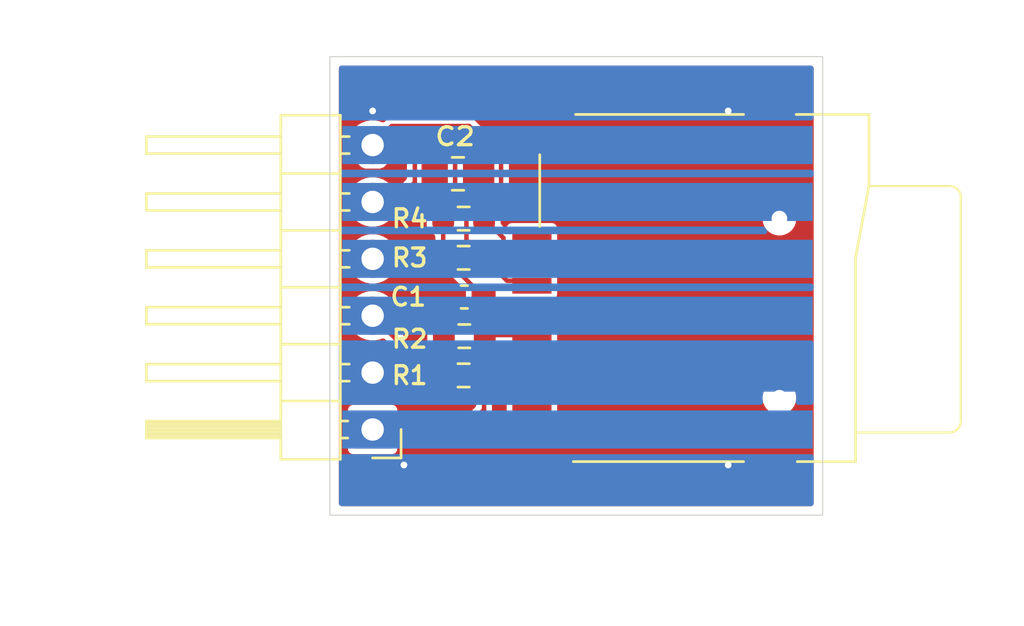
<source format=kicad_pcb>
(kicad_pcb (version 20240108) (generator "pcbnew") (generator_version "8.0")
  (layers (0 "F.Cu" signal) (31 "B.Cu" signal) (34 "B.Paste" user) (35 "F.Paste" user) (36 "B.SilkS" user "B.Silkscreen") (37 "F.SilkS" user "F.Silkscreen") (38 "B.Mask" user) (39 "F.Mask" user) (44 "Edge.Cuts" user))
  (net 0 "")
  (net 1 "GNDD")
  (net 3 "3V3")
  (net 4 "/SCLK")
  (net 6 "/MISO")
  (net 7 "/MOSI")
  (net 8 "/CS")
  (footprint "Resistor_SMD:R_0603_1608Metric_Pad0.98x0.95mm_HandSolder" (layer "F.Cu") (at 180.721 90.25)
    (property "Reference" "R3" (at -2.413 0 0) (layer "F.SilkS") (effects (font (size 0.8 0.8))))
    (property "Value" "10k")
    (fp_line (start -0.254724 -0.5225) (end 0.254724 -0.5225) (stroke (width 0.12)) (layer "F.SilkS"))
    (fp_line (start -0.254724 0.5225) (end 0.254724 0.5225) (stroke (width 0.12)) (layer "F.SilkS"))
    (pad "1" smd roundrect (at -0.9125 0) (size 0.975 0.95) (layers "F.Cu" "F.Paste" "F.Mask") (net 3 "3V3"))
    (pad "2" smd roundrect (at 0.9125 0) (size 0.975 0.95) (layers "F.Cu" "F.Paste" "F.Mask") (net 7 "/MOSI"))
  )
  (footprint "Resistor_SMD:R_0603_1608Metric_Pad0.98x0.95mm_HandSolder" (layer "F.Cu") (at 180.721 88.5)
    (property "Reference" "R4" (at -2.413 0 0) (layer "F.SilkS") (effects (font (size 0.8 0.8))))
    (property "Value" "10k")
    (fp_line (start -0.254724 -0.5225) (end 0.254724 -0.5225) (stroke (width 0.12)) (layer "F.SilkS"))
    (fp_line (start -0.254724 0.5225) (end 0.254724 0.5225) (stroke (width 0.12)) (layer "F.SilkS"))
    (pad "1" smd roundrect (at -0.9125 0) (size 0.975 0.95) (layers "F.Cu" "F.Paste" "F.Mask") (net 3 "3V3"))
    (pad "2" smd roundrect (at 0.9125 0) (size 0.975 0.95) (layers "F.Cu" "F.Paste" "F.Mask") (net 8 "/CS"))
  )
  (footprint "!Gloeidraad:PinHeader_1x06_P2.54mm_SD_expander" (layer "F.Cu") (at 176.657 97.917 180)
    (property "Reference" "J2" (hide yes))
    (property "Value" "Conn_01x06")
    (fp_line (start 10.1 13.08) (end 4.1 13.08) (stroke (width 0.12)) (layer "F.SilkS"))
    (fp_line (start 10.1 12.32) (end 10.1 13.08) (stroke (width 0.12)) (layer "F.SilkS"))
    (fp_line (start 10.1 10.54) (end 4.1 10.54) (stroke (width 0.12)) (layer "F.SilkS"))
    (fp_line (start 10.1 9.78) (end 10.1 10.54) (stroke (width 0.12)) (layer "F.SilkS"))
    (fp_line (start 10.1 8) (end 4.1 8) (stroke (width 0.12)) (layer "F.SilkS"))
    (fp_line (start 10.1 7.24) (end 10.1 8) (stroke (width 0.12)) (layer "F.SilkS"))
    (fp_line (start 10.1 5.46) (end 4.1 5.46) (stroke (width 0.12)) (layer "F.SilkS"))
    (fp_line (start 10.1 4.7) (end 10.1 5.46) (stroke (width 0.12)) (layer "F.SilkS"))
    (fp_line (start 10.1 2.92) (end 4.1 2.92) (stroke (width 0.12)) (layer "F.SilkS"))
    (fp_line (start 10.1 2.16) (end 10.1 2.92) (stroke (width 0.12)) (layer "F.SilkS"))
    (fp_line (start 10.1 0.38) (end 4.1 0.38) (stroke (width 0.12)) (layer "F.SilkS"))
    (fp_line (start 10.1 -0.38) (end 10.1 0.38) (stroke (width 0.12)) (layer "F.SilkS"))
    (fp_line (start 4.1 14.03) (end 4.1 -1.33) (stroke (width 0.12)) (layer "F.SilkS"))
    (fp_line (start 4.1 12.32) (end 10.1 12.32) (stroke (width 0.12)) (layer "F.SilkS"))
    (fp_line (start 4.1 9.78) (end 10.1 9.78) (stroke (width 0.12)) (layer "F.SilkS"))
    (fp_line (start 4.1 7.24) (end 10.1 7.24) (stroke (width 0.12)) (layer "F.SilkS"))
    (fp_line (start 4.1 4.7) (end 10.1 4.7) (stroke (width 0.12)) (layer "F.SilkS"))
    (fp_line (start 4.1 2.16) (end 10.1 2.16) (stroke (width 0.12)) (layer "F.SilkS"))
    (fp_line (start 4.1 0.28) (end 10.1 0.28) (stroke (width 0.12)) (layer "F.SilkS"))
    (fp_line (start 4.1 0.16) (end 10.1 0.16) (stroke (width 0.12)) (layer "F.SilkS"))
    (fp_line (start 4.1 0.04) (end 10.1 0.04) (stroke (width 0.12)) (layer "F.SilkS"))
    (fp_line (start 4.1 -0.08) (end 10.1 -0.08) (stroke (width 0.12)) (layer "F.SilkS"))
    (fp_line (start 4.1 -0.2) (end 10.1 -0.2) (stroke (width 0.12)) (layer "F.SilkS"))
    (fp_line (start 4.1 -0.32) (end 10.1 -0.32) (stroke (width 0.12)) (layer "F.SilkS"))
    (fp_line (start 4.1 -0.38) (end 10.1 -0.38) (stroke (width 0.12)) (layer "F.SilkS"))
    (fp_line (start 4.1 -1.33) (end 1.44 -1.33) (stroke (width 0.12)) (layer "F.SilkS"))
    (fp_line (start 1.44 14.03) (end 4.1 14.03) (stroke (width 0.12)) (layer "F.SilkS"))
    (fp_line (start 1.44 11.43) (end 4.1 11.43) (stroke (width 0.12)) (layer "F.SilkS"))
    (fp_line (start 1.44 8.89) (end 4.1 8.89) (stroke (width 0.12)) (layer "F.SilkS"))
    (fp_line (start 1.44 6.35) (end 4.1 6.35) (stroke (width 0.12)) (layer "F.SilkS"))
    (fp_line (start 1.44 3.81) (end 4.1 3.81) (stroke (width 0.12)) (layer "F.SilkS"))
    (fp_line (start 1.44 1.27) (end 4.1 1.27) (stroke (width 0.12)) (layer "F.SilkS"))
    (fp_line (start 1.44 -1.33) (end 1.44 14.03) (stroke (width 0.12)) (layer "F.SilkS"))
    (fp_line (start 1.11 0.38) (end 1.44 0.38) (stroke (width 0.12)) (layer "F.SilkS"))
    (fp_line (start 1.11 -0.38) (end 1.44 -0.38) (stroke (width 0.12)) (layer "F.SilkS"))
    (fp_line (start 1.042929 13.08) (end 1.44 13.08) (stroke (width 0.12)) (layer "F.SilkS"))
    (fp_line (start 1.042929 12.32) (end 1.44 12.32) (stroke (width 0.12)) (layer "F.SilkS"))
    (fp_line (start 1.042929 10.54) (end 1.44 10.54) (stroke (width 0.12)) (layer "F.SilkS"))
    (fp_line (start 1.042929 9.78) (end 1.44 9.78) (stroke (width 0.12)) (layer "F.SilkS"))
    (fp_line (start 1.042929 8) (end 1.44 8) (stroke (width 0.12)) (layer "F.SilkS"))
    (fp_line (start 1.042929 7.24) (end 1.44 7.24) (stroke (width 0.12)) (layer "F.SilkS"))
    (fp_line (start 1.042929 5.46) (end 1.44 5.46) (stroke (width 0.12)) (layer "F.SilkS"))
    (fp_line (start 1.042929 4.7) (end 1.44 4.7) (stroke (width 0.12)) (layer "F.SilkS"))
    (fp_line (start 1.042929 2.92) (end 1.44 2.92) (stroke (width 0.12)) (layer "F.SilkS"))
    (fp_line (start 1.042929 2.16) (end 1.44 2.16) (stroke (width 0.12)) (layer "F.SilkS"))
    (fp_line (start -1.27 0) (end -1.27 -1.27) (stroke (width 0.12)) (layer "F.SilkS"))
    (fp_line (start -1.27 -1.27) (end 0 -1.27) (stroke (width 0.12)) (layer "F.SilkS"))
    (pad "1" smd rect (at -9.144 0 180) (size 21 1.7) (layers "B.Cu" "B.Paste" "B.Mask") (net 6 "/MISO"))
    (pad "1" thru_hole rect (at 0 0 180) (size 1.7 1.7) (drill 1) (layers "*.Cu" "*.Mask") (net 6 "/MISO"))
    (pad "2" smd rect (at -9.144 2.54 180) (size 21 1.7) (layers "B.Cu" "B.Paste" "B.Mask") (net 1 "GNDD"))
    (pad "2" thru_hole oval (at 0 2.54 180) (size 1.7 1.7) (drill 1) (layers "*.Cu" "*.Mask") (net 1 "GNDD"))
    (pad "3" smd rect (at -9.144 5.08 180) (size 21 1.7) (layers "B.Cu" "B.Paste" "B.Mask") (net 4 "/SCLK"))
    (pad "3" thru_hole oval (at 0 5.08 180) (size 1.7 1.7) (drill 1) (layers "*.Cu" "*.Mask") (net 4 "/SCLK"))
    (pad "4" smd rect (at -9.144 7.62 180) (size 21 1.7) (layers "B.Cu" "B.Paste" "B.Mask") (net 3 "3V3"))
    (pad "4" thru_hole oval (at 0 7.62 180) (size 1.7 1.7) (drill 1) (layers "*.Cu" "*.Mask") (net 3 "3V3"))
    (pad "5" smd rect (at -9.144 10.16 180) (size 21 1.7) (layers "B.Cu" "B.Paste" "B.Mask") (net 7 "/MOSI"))
    (pad "5" thru_hole oval (at 0 10.16 180) (size 1.7 1.7) (drill 1) (layers "*.Cu" "*.Mask") (net 7 "/MOSI"))
    (pad "6" smd rect (at -9.144 12.7 180) (size 21 1.7) (layers "B.Cu" "B.Paste" "B.Mask") (net 8 "/CS"))
    (pad "6" thru_hole oval (at 0 12.7 180) (size 1.7 1.7) (drill 1) (layers "*.Cu" "*.Mask") (net 8 "/CS"))
    (pad "10" smd rect (at -9.144 -2.54 180) (size 21 1.7) (layers "F.Cu" "F.Paste" "F.Mask") (net 1 "GNDD"))
    (pad "10" smd rect (at -9.144 15.24 180) (size 21 1.7) (layers "F.Cu" "F.Paste" "F.Mask") (net 1 "GNDD"))
  )
  (footprint "!Gloeidraad:TF PUSH" (layer "F.Cu") (at 194.819 96.5 90)
    (property "Reference" "J1" (hide yes))
    (property "Value" "µSD CARD SOCKET")
    (fp_line (start 7.65 -10.7) (end 10.85 -10.7) (stroke (width 0.12)) (layer "F.SilkS"))
    (fp_line (start 12.65 -9.1) (end 12.65 -1.6) (stroke (width 0.12)) (layer "F.SilkS"))
    (fp_line (start -2.85 -1.6) (end -2.85 -9.2) (stroke (width 0.12)) (layer "F.SilkS"))
    (fp_line (start 12.65 0.75) (end 12.65 4) (stroke (width 0.12)) (layer "F.SilkS"))
    (fp_line (start -2.85 0.8) (end -2.85 3.4) (stroke (width 0.12)) (layer "F.SilkS"))
    (fp_line (start -1.55 3.4) (end -1.55 7.6) (stroke (width 0.1)) (layer "F.SilkS"))
    (fp_line (start -2.85 3.4) (end 6.25 3.4) (stroke (width 0.12)) (layer "F.SilkS"))
    (fp_line (start 9.45 4) (end 6.25 3.4) (stroke (width 0.12)) (layer "F.SilkS"))
    (fp_line (start 9.45 4) (end 12.65 4) (stroke (width 0.12)) (layer "F.SilkS"))
    (fp_line (start 9.45 7.6) (end 9.45 4) (stroke (width 0.1)) (layer "F.SilkS"))
    (fp_line (start -1.05 8.1) (end 8.95 8.1) (stroke (width 0.1)) (layer "F.SilkS"))
    (fp_arc (start 9.45 7.6) (mid 9.303553 7.953553) (end 8.95 8.1) (stroke (width 0.1)) (layer "F.SilkS"))
    (fp_arc (start -1.05 8.1) (mid -1.403553 7.953553) (end -1.55 7.6) (stroke (width 0.1)) (layer "F.SilkS"))
    (pad "" np_thru_hole circle (at 0 0 90) (size 0.7 0.7) (drill 1) (layers "F&B.Cu" "*.Mask"))
    (pad "" np_thru_hole circle (at 8 0 90) (size 0.7 0.7) (drill 1) (layers "F&B.Cu" "*.Mask"))
    (pad "1" smd rect (at 7.2 -11.05 90) (size 0.7 1.75) (layers "F.Cu" "F.Paste" "F.Mask"))
    (pad "2" smd rect (at 6.1 -11.05 90) (size 0.7 1.75) (layers "F.Cu" "F.Paste" "F.Mask") (net 8 "/CS"))
    (pad "3" smd rect (at 5 -11.05 90) (size 0.7 1.75) (layers "F.Cu" "F.Paste" "F.Mask") (net 7 "/MOSI"))
    (pad "4" smd rect (at 3.9 -11.05 90) (size 0.7 1.75) (layers "F.Cu" "F.Paste" "F.Mask") (net 3 "3V3"))
    (pad "5" smd rect (at 2.8 -11.05 90) (size 0.7 1.75) (layers "F.Cu" "F.Paste" "F.Mask") (net 4 "/SCLK"))
    (pad "6" smd rect (at 1.7 -11.05 90) (size 0.7 1.75) (layers "F.Cu" "F.Paste" "F.Mask") (net 1 "GNDD"))
    (pad "7" smd rect (at 0.6 -11.05 90) (size 0.7 1.75) (layers "F.Cu" "F.Paste" "F.Mask") (net 6 "/MISO"))
    (pad "8" smd rect (at -0.5 -11.05 90) (size 0.7 1.75) (layers "F.Cu" "F.Paste" "F.Mask"))
    (pad "9" smd rect (at -1.6 -11.05 90) (size 0.7 1.75) (layers "F.Cu" "F.Paste" "F.Mask") (net 1 "GNDD"))
    (pad "10" smd rect (at -2.8 -10 90) (size 1.2 1.5) (layers "F.Cu" "F.Paste" "F.Mask") (net 1 "GNDD"))
    (pad "10" smd rect (at -2.8 -0.425 90) (size 1.2 2.2) (layers "F.Cu" "F.Paste" "F.Mask") (net 1 "GNDD"))
    (pad "10" smd rect (at 11.8 -10 90) (size 1.6 1.5) (layers "F.Cu" "F.Paste" "F.Mask") (net 1 "GNDD"))
    (pad "10" smd rect (at 12.7 -0.4 90) (size 1.2 2.2) (layers "F.Cu" "F.Paste" "F.Mask") (net 1 "GNDD"))
  )
  (footprint "Resistor_SMD:R_0603_1608Metric_Pad0.98x0.95mm_HandSolder" (layer "F.Cu") (at 180.75 93.75)
    (property "Reference" "R2" (at -2.442 0.127 0) (layer "F.SilkS") (effects (font (size 0.8 0.8))))
    (property "Value" "10k")
    (fp_line (start -0.254724 -0.5225) (end 0.254724 -0.5225) (stroke (width 0.12)) (layer "F.SilkS"))
    (fp_line (start -0.254724 0.5225) (end 0.254724 0.5225) (stroke (width 0.12)) (layer "F.SilkS"))
    (pad "1" smd roundrect (at -0.9125 0) (size 0.975 0.95) (layers "F.Cu" "F.Paste" "F.Mask") (net 3 "3V3"))
    (pad "2" smd roundrect (at 0.9125 0) (size 0.975 0.95) (layers "F.Cu" "F.Paste" "F.Mask") (net 4 "/SCLK"))
  )
  (footprint "Resistor_SMD:R_0603_1608Metric_Pad0.98x0.95mm_HandSolder" (layer "F.Cu") (at 180.721 95.5)
    (property "Reference" "R1" (at -2.413 0.004 0) (layer "F.SilkS") (effects (font (size 0.8 0.8))))
    (property "Value" "10k")
    (fp_line (start -0.254724 -0.5225) (end 0.254724 -0.5225) (stroke (width 0.12)) (layer "F.SilkS"))
    (fp_line (start -0.254724 0.5225) (end 0.254724 0.5225) (stroke (width 0.12)) (layer "F.SilkS"))
    (pad "1" smd roundrect (at -0.9125 0) (size 0.975 0.95) (layers "F.Cu" "F.Paste" "F.Mask") (net 3 "3V3"))
    (pad "2" smd roundrect (at 0.9125 0) (size 0.975 0.95) (layers "F.Cu" "F.Paste" "F.Mask") (net 6 "/MISO"))
  )
  (footprint "Capacitor_SMD:C_0603_1608Metric_Pad1.08x0.95mm_HandSolder" (layer "F.Cu") (at 180.75 92 180)
    (property "Reference" "C1" (at 2.5 0 0) (layer "F.SilkS") (effects (font (size 0.8 0.8))))
    (property "Value" "100n")
    (fp_line (start -0.146267 0.51) (end 0.146267 0.51) (stroke (width 0.12)) (layer "F.SilkS"))
    (fp_line (start -0.146267 -0.51) (end 0.146267 -0.51) (stroke (width 0.12)) (layer "F.SilkS"))
    (pad "1" smd roundrect (at -0.8625 0 180) (size 1.075 0.95) (layers "F.Cu" "F.Paste" "F.Mask") (net 3 "3V3"))
    (pad "2" smd roundrect (at 0.8625 0 180) (size 1.075 0.95) (layers "F.Cu" "F.Paste" "F.Mask") (net 1 "GNDD"))
  )
  (footprint "Capacitor_SMD:C_0805_2012Metric_Pad1.18x1.45mm_HandSolder" (layer "F.Cu") (at 180.467 86.5)
    (property "Reference" "C2" (at -0.127 -1.664 0) (layer "F.SilkS") (effects (font (size 0.8 0.9))))
    (property "Value" "2u2")
    (fp_line (start -0.261252 -0.735) (end 0.261252 -0.735) (stroke (width 0.12)) (layer "F.SilkS"))
    (fp_line (start -0.261252 0.735) (end 0.261252 0.735) (stroke (width 0.12)) (layer "F.SilkS"))
    (pad "1" smd roundrect (at -1.0375 0) (size 1.175 1.45) (layers "F.Cu" "F.Paste" "F.Mask") (roundrect_rratio 0.212766) (net 3 "3V3"))
    (pad "2" smd roundrect (at 1.0375 0) (size 1.175 1.45) (layers "F.Cu" "F.Paste" "F.Mask") (roundrect_rratio 0.212766) (net 1 "GNDD"))
  )
  (gr_rect (start 174.75 81.268) (end 196.75 101.742) (stroke (width 0.05)) (fill none) (layer "Edge.Cuts"))
  (segment (start 178.425346 85.075) (end 177.133346 86.367) (width 0.2) (layer "F.Cu") (net 1))
  (segment (start 181.5045 86.41207) (end 180.16743 85.075) (width 0.2) (layer "F.Cu") (net 1))
  (segment (start 175.387 85.573346) (end 175.387 84.328) (width 0.2) (layer "F.Cu") (net 1))
  (segment (start 176.180654 86.367) (end 175.387 85.573346) (width 0.2) (layer "F.Cu") (net 1))
  (segment (start 177.133346 86.367) (end 176.180654 86.367) (width 0.2) (layer "F.Cu") (net 1))
  (segment (start 183.769 95.121) (end 183.044 95.121) (width 0.2) (layer "F.Cu") (net 1))
  (segment (start 181.5045 86.5) (end 181.5045 86.41207) (width 0.2) (layer "F.Cu") (net 1))
  (segment (start 180.16743 85.075) (end 178.425346 85.075) (width 0.2) (layer "F.Cu") (net 1))
  (via (at 192.532 83.693) (size 0.6) (drill 0.3) (layers "F.Cu" "B.Cu") (net 1))
  (via (at 178.054 99.5) (size 0.6) (drill 0.3) (layers "F.Cu" "B.Cu") (net 1))
  (via (at 176.657 83.693) (size 0.6) (drill 0.3) (layers "F.Cu" "B.Cu") (net 1))
  (via (at 192.532 99.5) (size 0.6) (drill 0.3) (layers "F.Cu" "B.Cu") (net 1))
  (segment (start 183.769 92.6) (end 182.2125 92.6) (width 0.2) (layer "F.Cu") (net 3))
  (segment (start 179.8085 93.779) (end 179.8375 93.75) (width 0.2) (layer "F.Cu") (net 3))
  (segment (start 179.6815 90.297) (end 179.8085 90.17) (width 0.2) (layer "F.Cu") (net 3))
  (segment (start 179.4295 86.741) (end 179.4295 88.121) (width 0.2) (layer "F.Cu") (net 3))
  (segment (start 179.8085 88.5) (end 179.8085 90.25) (width 0.2) (layer "F.Cu") (net 3))
  (segment (start 179.4295 88.121) (end 179.8085 88.5) (width 0.2) (layer "F.Cu") (net 3))
  (segment (start 179.8085 88.5) (end 179.8085 88.646) (width 0.2) (layer "F.Cu") (net 3))
  (segment (start 179.8085 90.196) (end 181.6125 92) (width 0.2) (layer "F.Cu") (net 3))
  (segment (start 181.7915 91.821) (end 181.6125 92) (width 0.2) (layer "F.Cu") (net 3))
  (segment (start 179.8085 90.17) (end 179.8085 90.196) (width 0.2) (layer "F.Cu") (net 3))
  (segment (start 181.6125 92) (end 181.5875 92) (width 0.2) (layer "F.Cu") (net 3))
  (segment (start 176.657 90.297) (end 179.6815 90.297) (width 0.2) (layer "F.Cu") (net 3))
  (segment (start 182.2125 92.6) (end 181.6125 92) (width 0.2) (layer "F.Cu") (net 3))
  (segment (start 181.5875 92) (end 179.8375 93.75) (width 0.2) (layer "F.Cu") (net 3))
  (segment (start 179.8085 95.5) (end 179.8085 93.779) (width 0.2) (layer "F.Cu") (net 3))
  (segment (start 177.75 95) (end 177.75 93.93) (width 0.2) (layer "F.Cu") (net 4))
  (segment (start 180.846 95.716722) (end 180.287722 96.275) (width 0.2) (layer "F.Cu") (net 4))
  (segment (start 181.6625 93.75) (end 181.7125 93.7) (width 0.2) (layer "F.Cu") (net 4))
  (segment (start 177.75 93.93) (end 176.657 92.837) (width 0.2) (layer "F.Cu") (net 4))
  (segment (start 180.287722 96.275) (end 179.025 96.275) (width 0.2) (layer "F.Cu") (net 4))
  (segment (start 179.025 96.275) (end 177.75 95) (width 0.2) (layer "F.Cu") (net 4))
  (segment (start 181.7125 93.7) (end 183.769 93.7) (width 0.2) (layer "F.Cu") (net 4))
  (segment (start 180.846 94.5665) (end 180.846 95.716722) (width 0.2) (layer "F.Cu") (net 4))
  (segment (start 181.6625 93.75) (end 180.846 94.5665) (width 0.2) (layer "F.Cu") (net 4))
  (segment (start 180.7445 97.917) (end 176.657 97.917) (width 0.2) (layer "F.Cu") (net 6))
  (segment (start 182.768 95.9) (end 182.368 95.5) (width 0.2) (layer "F.Cu") (net 6))
  (segment (start 181.6335 97.028) (end 180.7445 97.917) (width 0.2) (layer "F.Cu") (net 6))
  (segment (start 182.368 95.5) (end 181.6335 95.5) (width 0.2) (layer "F.Cu") (net 6))
  (segment (start 183.769 95.9) (end 182.768 95.9) (width 0.2) (layer "F.Cu") (net 6))
  (segment (start 181.6335 95.5) (end 181.6335 97.028) (width 0.2) (layer "F.Cu") (net 6))
  (segment (start 180.34 85.813256) (end 180.34 87.757) (width 0.2) (layer "F.Cu") (net 7))
  (segment (start 180.846 88.263) (end 180.846 89.4625) (width 0.2) (layer "F.Cu") (net 7))
  (segment (start 183.54675 91.27775) (end 183.769 91.5) (width 0.2) (layer "F.Cu") (net 7))
  (segment (start 180.001744 85.475) (end 180.34 85.813256) (width 0.2) (layer "F.Cu") (net 7))
  (segment (start 176.657 87.757) (end 177.664705 87.757) (width 0.2) (layer "F.Cu") (net 7))
  (segment (start 180.34 87.757) (end 180.846 88.263) (width 0.2) (layer "F.Cu") (net 7))
  (segment (start 177.664705 87.757) (end 178.542 86.879705) (width 0.2) (layer "F.Cu") (net 7))
  (segment (start 182.66125 91.27775) (end 183.54675 91.27775) (width 0.2) (layer "F.Cu") (net 7))
  (segment (start 178.542 85.790256) (end 178.857256 85.475) (width 0.2) (layer "F.Cu") (net 7))
  (segment (start 178.542 86.879705) (end 178.542 85.790256) (width 0.2) (layer "F.Cu") (net 7))
  (segment (start 178.857256 85.475) (end 180.001744 85.475) (width 0.2) (layer "F.Cu") (net 7))
  (segment (start 181.6335 90.25) (end 182.66125 91.27775) (width 0.2) (layer "F.Cu") (net 7))
  (segment (start 180.846 89.4625) (end 181.6335 90.25) (width 0.2) (layer "F.Cu") (net 7))
  (segment (start 182.392 87.8875) (end 182.392 85.790256) (width 0.2) (layer "F.Cu") (net 8))
  (segment (start 182.729 90.4) (end 182.499 90.17) (width 0.2) (layer "F.Cu") (net 8))
  (segment (start 177.507 84.367) (end 176.657 85.217) (width 0.2) (layer "F.Cu") (net 8))
  (segment (start 183.769 90.4) (end 182.729 90.4) (width 0.2) (layer "F.Cu") (net 8))
  (segment (start 180.968744 84.367) (end 177.507 84.367) (width 0.2) (layer "F.Cu") (net 8))
  (segment (start 176.657 85.217) (end 176.276 85.217) (width 0.2) (layer "F.Cu") (net 8))
  (segment (start 182.499 89.3655) (end 181.6335 88.5) (width 0.2) (layer "F.Cu") (net 8))
  (segment (start 181.6335 88.646) (end 182.392 87.8875) (width 0.2) (layer "F.Cu") (net 8))
  (segment (start 182.499 90.17) (end 182.499 89.3655) (width 0.2) (layer "F.Cu") (net 8))
  (segment (start 182.392 85.790256) (end 180.968744 84.367) (width 0.2) (layer "F.Cu") (net 8))
  (zone (net 1) (net_name "GNDD") (layers "F&B.Cu") (connect_pads yes (clearance 0.25)) (min_thickness 0.25) (fill yes (thermal_gap 0.25) (thermal_bridge_width 0.3) (island_removal_mode 2) (island_area_min 5))
    (polygon (pts (xy 160.02 78.74) (xy 205.74 78.74) (xy 205.74 106.68) (xy 160.02 106.68)))
  )
)
</source>
